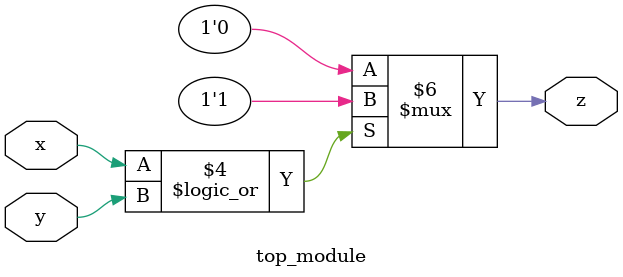
<source format=sv>
module top_module(
    input x,
    input y,
    output z);

    reg z;

    always @(*) begin
        if (x == 1'b1 || y == 1'b1)
            z = 1'b1;
        else
            z = 1'b0;
    end

endmodule

</source>
